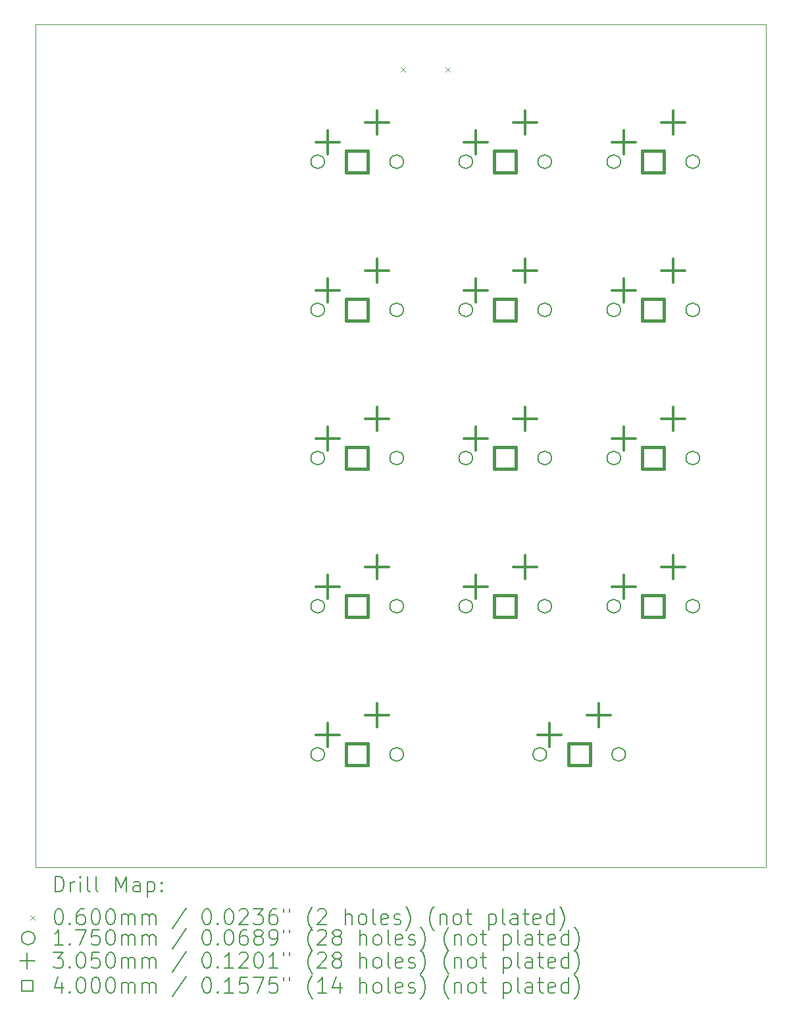
<source format=gbr>
%TF.GenerationSoftware,KiCad,Pcbnew,(6.0.7-1)-1*%
%TF.CreationDate,2022-08-13T20:31:30-04:00*%
%TF.ProjectId,KnGXT,4b6e4758-542e-46b6-9963-61645f706362,rev?*%
%TF.SameCoordinates,Original*%
%TF.FileFunction,Drillmap*%
%TF.FilePolarity,Positive*%
%FSLAX45Y45*%
G04 Gerber Fmt 4.5, Leading zero omitted, Abs format (unit mm)*
G04 Created by KiCad (PCBNEW (6.0.7-1)-1) date 2022-08-13 20:31:30*
%MOMM*%
%LPD*%
G01*
G04 APERTURE LIST*
%ADD10C,0.100000*%
%ADD11C,0.200000*%
%ADD12C,0.060000*%
%ADD13C,0.175000*%
%ADD14C,0.305000*%
%ADD15C,0.400000*%
G04 APERTURE END LIST*
D10*
X1740000Y-2265000D02*
X11140000Y-2265000D01*
X11140000Y-2265000D02*
X11140000Y-13100000D01*
X11140000Y-13100000D02*
X1740000Y-13100000D01*
X1740000Y-13100000D02*
X1740000Y-2265000D01*
D11*
D12*
X6439612Y-2814632D02*
X6499612Y-2874632D01*
X6499612Y-2814632D02*
X6439612Y-2874632D01*
X7017612Y-2814632D02*
X7077612Y-2874632D01*
X7077612Y-2814632D02*
X7017612Y-2874632D01*
D13*
X5459500Y-4027500D02*
G75*
G03*
X5459500Y-4027500I-87500J0D01*
G01*
X5459500Y-5932500D02*
G75*
G03*
X5459500Y-5932500I-87500J0D01*
G01*
X5459500Y-7837500D02*
G75*
G03*
X5459500Y-7837500I-87500J0D01*
G01*
X5459500Y-9742500D02*
G75*
G03*
X5459500Y-9742500I-87500J0D01*
G01*
X5459500Y-11647500D02*
G75*
G03*
X5459500Y-11647500I-87500J0D01*
G01*
X6475500Y-4027500D02*
G75*
G03*
X6475500Y-4027500I-87500J0D01*
G01*
X6475500Y-5932500D02*
G75*
G03*
X6475500Y-5932500I-87500J0D01*
G01*
X6475500Y-7837500D02*
G75*
G03*
X6475500Y-7837500I-87500J0D01*
G01*
X6475500Y-9742500D02*
G75*
G03*
X6475500Y-9742500I-87500J0D01*
G01*
X6475500Y-11647500D02*
G75*
G03*
X6475500Y-11647500I-87500J0D01*
G01*
X7364500Y-4027500D02*
G75*
G03*
X7364500Y-4027500I-87500J0D01*
G01*
X7364500Y-5932500D02*
G75*
G03*
X7364500Y-5932500I-87500J0D01*
G01*
X7364500Y-7837500D02*
G75*
G03*
X7364500Y-7837500I-87500J0D01*
G01*
X7364500Y-9742500D02*
G75*
G03*
X7364500Y-9742500I-87500J0D01*
G01*
X8317000Y-11647500D02*
G75*
G03*
X8317000Y-11647500I-87500J0D01*
G01*
X8380500Y-4027500D02*
G75*
G03*
X8380500Y-4027500I-87500J0D01*
G01*
X8380500Y-5932500D02*
G75*
G03*
X8380500Y-5932500I-87500J0D01*
G01*
X8380500Y-7837500D02*
G75*
G03*
X8380500Y-7837500I-87500J0D01*
G01*
X8380500Y-9742500D02*
G75*
G03*
X8380500Y-9742500I-87500J0D01*
G01*
X9269500Y-4027500D02*
G75*
G03*
X9269500Y-4027500I-87500J0D01*
G01*
X9269500Y-5932500D02*
G75*
G03*
X9269500Y-5932500I-87500J0D01*
G01*
X9269500Y-7837500D02*
G75*
G03*
X9269500Y-7837500I-87500J0D01*
G01*
X9269500Y-9742500D02*
G75*
G03*
X9269500Y-9742500I-87500J0D01*
G01*
X9333000Y-11647500D02*
G75*
G03*
X9333000Y-11647500I-87500J0D01*
G01*
X10285500Y-4027500D02*
G75*
G03*
X10285500Y-4027500I-87500J0D01*
G01*
X10285500Y-5932500D02*
G75*
G03*
X10285500Y-5932500I-87500J0D01*
G01*
X10285500Y-7837500D02*
G75*
G03*
X10285500Y-7837500I-87500J0D01*
G01*
X10285500Y-9742500D02*
G75*
G03*
X10285500Y-9742500I-87500J0D01*
G01*
D14*
X5499000Y-3621000D02*
X5499000Y-3926000D01*
X5346500Y-3773500D02*
X5651500Y-3773500D01*
X5499000Y-5526000D02*
X5499000Y-5831000D01*
X5346500Y-5678500D02*
X5651500Y-5678500D01*
X5499000Y-7431000D02*
X5499000Y-7736000D01*
X5346500Y-7583500D02*
X5651500Y-7583500D01*
X5499000Y-9336000D02*
X5499000Y-9641000D01*
X5346500Y-9488500D02*
X5651500Y-9488500D01*
X5499000Y-11241000D02*
X5499000Y-11546000D01*
X5346500Y-11393500D02*
X5651500Y-11393500D01*
X6134000Y-3367000D02*
X6134000Y-3672000D01*
X5981500Y-3519500D02*
X6286500Y-3519500D01*
X6134000Y-5272000D02*
X6134000Y-5577000D01*
X5981500Y-5424500D02*
X6286500Y-5424500D01*
X6134000Y-7177000D02*
X6134000Y-7482000D01*
X5981500Y-7329500D02*
X6286500Y-7329500D01*
X6134000Y-9082000D02*
X6134000Y-9387000D01*
X5981500Y-9234500D02*
X6286500Y-9234500D01*
X6134000Y-10987000D02*
X6134000Y-11292000D01*
X5981500Y-11139500D02*
X6286500Y-11139500D01*
X7404000Y-3621000D02*
X7404000Y-3926000D01*
X7251500Y-3773500D02*
X7556500Y-3773500D01*
X7404000Y-5526000D02*
X7404000Y-5831000D01*
X7251500Y-5678500D02*
X7556500Y-5678500D01*
X7404000Y-7431000D02*
X7404000Y-7736000D01*
X7251500Y-7583500D02*
X7556500Y-7583500D01*
X7404000Y-9336000D02*
X7404000Y-9641000D01*
X7251500Y-9488500D02*
X7556500Y-9488500D01*
X8039000Y-3367000D02*
X8039000Y-3672000D01*
X7886500Y-3519500D02*
X8191500Y-3519500D01*
X8039000Y-5272000D02*
X8039000Y-5577000D01*
X7886500Y-5424500D02*
X8191500Y-5424500D01*
X8039000Y-7177000D02*
X8039000Y-7482000D01*
X7886500Y-7329500D02*
X8191500Y-7329500D01*
X8039000Y-9082000D02*
X8039000Y-9387000D01*
X7886500Y-9234500D02*
X8191500Y-9234500D01*
X8356500Y-11241000D02*
X8356500Y-11546000D01*
X8204000Y-11393500D02*
X8509000Y-11393500D01*
X8991500Y-10987000D02*
X8991500Y-11292000D01*
X8839000Y-11139500D02*
X9144000Y-11139500D01*
X9309000Y-3621000D02*
X9309000Y-3926000D01*
X9156500Y-3773500D02*
X9461500Y-3773500D01*
X9309000Y-5526000D02*
X9309000Y-5831000D01*
X9156500Y-5678500D02*
X9461500Y-5678500D01*
X9309000Y-7431000D02*
X9309000Y-7736000D01*
X9156500Y-7583500D02*
X9461500Y-7583500D01*
X9309000Y-9336000D02*
X9309000Y-9641000D01*
X9156500Y-9488500D02*
X9461500Y-9488500D01*
X9944000Y-3367000D02*
X9944000Y-3672000D01*
X9791500Y-3519500D02*
X10096500Y-3519500D01*
X9944000Y-5272000D02*
X9944000Y-5577000D01*
X9791500Y-5424500D02*
X10096500Y-5424500D01*
X9944000Y-7177000D02*
X9944000Y-7482000D01*
X9791500Y-7329500D02*
X10096500Y-7329500D01*
X9944000Y-9082000D02*
X9944000Y-9387000D01*
X9791500Y-9234500D02*
X10096500Y-9234500D01*
D15*
X6021423Y-4168923D02*
X6021423Y-3886077D01*
X5738577Y-3886077D01*
X5738577Y-4168923D01*
X6021423Y-4168923D01*
X6021423Y-6073923D02*
X6021423Y-5791077D01*
X5738577Y-5791077D01*
X5738577Y-6073923D01*
X6021423Y-6073923D01*
X6021423Y-7978923D02*
X6021423Y-7696077D01*
X5738577Y-7696077D01*
X5738577Y-7978923D01*
X6021423Y-7978923D01*
X6021423Y-9883923D02*
X6021423Y-9601077D01*
X5738577Y-9601077D01*
X5738577Y-9883923D01*
X6021423Y-9883923D01*
X6021423Y-11788923D02*
X6021423Y-11506077D01*
X5738577Y-11506077D01*
X5738577Y-11788923D01*
X6021423Y-11788923D01*
X7926423Y-4168923D02*
X7926423Y-3886077D01*
X7643577Y-3886077D01*
X7643577Y-4168923D01*
X7926423Y-4168923D01*
X7926423Y-6073923D02*
X7926423Y-5791077D01*
X7643577Y-5791077D01*
X7643577Y-6073923D01*
X7926423Y-6073923D01*
X7926423Y-7978923D02*
X7926423Y-7696077D01*
X7643577Y-7696077D01*
X7643577Y-7978923D01*
X7926423Y-7978923D01*
X7926423Y-9883923D02*
X7926423Y-9601077D01*
X7643577Y-9601077D01*
X7643577Y-9883923D01*
X7926423Y-9883923D01*
X8878923Y-11788923D02*
X8878923Y-11506077D01*
X8596077Y-11506077D01*
X8596077Y-11788923D01*
X8878923Y-11788923D01*
X9831423Y-4168923D02*
X9831423Y-3886077D01*
X9548577Y-3886077D01*
X9548577Y-4168923D01*
X9831423Y-4168923D01*
X9831423Y-6073923D02*
X9831423Y-5791077D01*
X9548577Y-5791077D01*
X9548577Y-6073923D01*
X9831423Y-6073923D01*
X9831423Y-7978923D02*
X9831423Y-7696077D01*
X9548577Y-7696077D01*
X9548577Y-7978923D01*
X9831423Y-7978923D01*
X9831423Y-9883923D02*
X9831423Y-9601077D01*
X9548577Y-9601077D01*
X9548577Y-9883923D01*
X9831423Y-9883923D01*
D11*
X1992619Y-13415476D02*
X1992619Y-13215476D01*
X2040238Y-13215476D01*
X2068809Y-13225000D01*
X2087857Y-13244048D01*
X2097381Y-13263095D01*
X2106905Y-13301190D01*
X2106905Y-13329762D01*
X2097381Y-13367857D01*
X2087857Y-13386905D01*
X2068809Y-13405952D01*
X2040238Y-13415476D01*
X1992619Y-13415476D01*
X2192619Y-13415476D02*
X2192619Y-13282143D01*
X2192619Y-13320238D02*
X2202143Y-13301190D01*
X2211667Y-13291667D01*
X2230714Y-13282143D01*
X2249762Y-13282143D01*
X2316429Y-13415476D02*
X2316429Y-13282143D01*
X2316429Y-13215476D02*
X2306905Y-13225000D01*
X2316429Y-13234524D01*
X2325952Y-13225000D01*
X2316429Y-13215476D01*
X2316429Y-13234524D01*
X2440238Y-13415476D02*
X2421190Y-13405952D01*
X2411667Y-13386905D01*
X2411667Y-13215476D01*
X2545000Y-13415476D02*
X2525952Y-13405952D01*
X2516429Y-13386905D01*
X2516429Y-13215476D01*
X2773571Y-13415476D02*
X2773571Y-13215476D01*
X2840238Y-13358333D01*
X2906905Y-13215476D01*
X2906905Y-13415476D01*
X3087857Y-13415476D02*
X3087857Y-13310714D01*
X3078333Y-13291667D01*
X3059286Y-13282143D01*
X3021190Y-13282143D01*
X3002143Y-13291667D01*
X3087857Y-13405952D02*
X3068809Y-13415476D01*
X3021190Y-13415476D01*
X3002143Y-13405952D01*
X2992619Y-13386905D01*
X2992619Y-13367857D01*
X3002143Y-13348809D01*
X3021190Y-13339286D01*
X3068809Y-13339286D01*
X3087857Y-13329762D01*
X3183095Y-13282143D02*
X3183095Y-13482143D01*
X3183095Y-13291667D02*
X3202143Y-13282143D01*
X3240238Y-13282143D01*
X3259286Y-13291667D01*
X3268809Y-13301190D01*
X3278333Y-13320238D01*
X3278333Y-13377381D01*
X3268809Y-13396428D01*
X3259286Y-13405952D01*
X3240238Y-13415476D01*
X3202143Y-13415476D01*
X3183095Y-13405952D01*
X3364048Y-13396428D02*
X3373571Y-13405952D01*
X3364048Y-13415476D01*
X3354524Y-13405952D01*
X3364048Y-13396428D01*
X3364048Y-13415476D01*
X3364048Y-13291667D02*
X3373571Y-13301190D01*
X3364048Y-13310714D01*
X3354524Y-13301190D01*
X3364048Y-13291667D01*
X3364048Y-13310714D01*
D12*
X1675000Y-13715000D02*
X1735000Y-13775000D01*
X1735000Y-13715000D02*
X1675000Y-13775000D01*
D11*
X2030714Y-13635476D02*
X2049762Y-13635476D01*
X2068809Y-13645000D01*
X2078333Y-13654524D01*
X2087857Y-13673571D01*
X2097381Y-13711667D01*
X2097381Y-13759286D01*
X2087857Y-13797381D01*
X2078333Y-13816428D01*
X2068809Y-13825952D01*
X2049762Y-13835476D01*
X2030714Y-13835476D01*
X2011667Y-13825952D01*
X2002143Y-13816428D01*
X1992619Y-13797381D01*
X1983095Y-13759286D01*
X1983095Y-13711667D01*
X1992619Y-13673571D01*
X2002143Y-13654524D01*
X2011667Y-13645000D01*
X2030714Y-13635476D01*
X2183095Y-13816428D02*
X2192619Y-13825952D01*
X2183095Y-13835476D01*
X2173571Y-13825952D01*
X2183095Y-13816428D01*
X2183095Y-13835476D01*
X2364048Y-13635476D02*
X2325952Y-13635476D01*
X2306905Y-13645000D01*
X2297381Y-13654524D01*
X2278333Y-13683095D01*
X2268810Y-13721190D01*
X2268810Y-13797381D01*
X2278333Y-13816428D01*
X2287857Y-13825952D01*
X2306905Y-13835476D01*
X2345000Y-13835476D01*
X2364048Y-13825952D01*
X2373571Y-13816428D01*
X2383095Y-13797381D01*
X2383095Y-13749762D01*
X2373571Y-13730714D01*
X2364048Y-13721190D01*
X2345000Y-13711667D01*
X2306905Y-13711667D01*
X2287857Y-13721190D01*
X2278333Y-13730714D01*
X2268810Y-13749762D01*
X2506905Y-13635476D02*
X2525952Y-13635476D01*
X2545000Y-13645000D01*
X2554524Y-13654524D01*
X2564048Y-13673571D01*
X2573571Y-13711667D01*
X2573571Y-13759286D01*
X2564048Y-13797381D01*
X2554524Y-13816428D01*
X2545000Y-13825952D01*
X2525952Y-13835476D01*
X2506905Y-13835476D01*
X2487857Y-13825952D01*
X2478333Y-13816428D01*
X2468810Y-13797381D01*
X2459286Y-13759286D01*
X2459286Y-13711667D01*
X2468810Y-13673571D01*
X2478333Y-13654524D01*
X2487857Y-13645000D01*
X2506905Y-13635476D01*
X2697381Y-13635476D02*
X2716429Y-13635476D01*
X2735476Y-13645000D01*
X2745000Y-13654524D01*
X2754524Y-13673571D01*
X2764048Y-13711667D01*
X2764048Y-13759286D01*
X2754524Y-13797381D01*
X2745000Y-13816428D01*
X2735476Y-13825952D01*
X2716429Y-13835476D01*
X2697381Y-13835476D01*
X2678333Y-13825952D01*
X2668810Y-13816428D01*
X2659286Y-13797381D01*
X2649762Y-13759286D01*
X2649762Y-13711667D01*
X2659286Y-13673571D01*
X2668810Y-13654524D01*
X2678333Y-13645000D01*
X2697381Y-13635476D01*
X2849762Y-13835476D02*
X2849762Y-13702143D01*
X2849762Y-13721190D02*
X2859286Y-13711667D01*
X2878333Y-13702143D01*
X2906905Y-13702143D01*
X2925952Y-13711667D01*
X2935476Y-13730714D01*
X2935476Y-13835476D01*
X2935476Y-13730714D02*
X2945000Y-13711667D01*
X2964048Y-13702143D01*
X2992619Y-13702143D01*
X3011667Y-13711667D01*
X3021190Y-13730714D01*
X3021190Y-13835476D01*
X3116428Y-13835476D02*
X3116428Y-13702143D01*
X3116428Y-13721190D02*
X3125952Y-13711667D01*
X3145000Y-13702143D01*
X3173571Y-13702143D01*
X3192619Y-13711667D01*
X3202143Y-13730714D01*
X3202143Y-13835476D01*
X3202143Y-13730714D02*
X3211667Y-13711667D01*
X3230714Y-13702143D01*
X3259286Y-13702143D01*
X3278333Y-13711667D01*
X3287857Y-13730714D01*
X3287857Y-13835476D01*
X3678333Y-13625952D02*
X3506905Y-13883095D01*
X3935476Y-13635476D02*
X3954524Y-13635476D01*
X3973571Y-13645000D01*
X3983095Y-13654524D01*
X3992619Y-13673571D01*
X4002143Y-13711667D01*
X4002143Y-13759286D01*
X3992619Y-13797381D01*
X3983095Y-13816428D01*
X3973571Y-13825952D01*
X3954524Y-13835476D01*
X3935476Y-13835476D01*
X3916428Y-13825952D01*
X3906905Y-13816428D01*
X3897381Y-13797381D01*
X3887857Y-13759286D01*
X3887857Y-13711667D01*
X3897381Y-13673571D01*
X3906905Y-13654524D01*
X3916428Y-13645000D01*
X3935476Y-13635476D01*
X4087857Y-13816428D02*
X4097381Y-13825952D01*
X4087857Y-13835476D01*
X4078333Y-13825952D01*
X4087857Y-13816428D01*
X4087857Y-13835476D01*
X4221190Y-13635476D02*
X4240238Y-13635476D01*
X4259286Y-13645000D01*
X4268810Y-13654524D01*
X4278333Y-13673571D01*
X4287857Y-13711667D01*
X4287857Y-13759286D01*
X4278333Y-13797381D01*
X4268810Y-13816428D01*
X4259286Y-13825952D01*
X4240238Y-13835476D01*
X4221190Y-13835476D01*
X4202143Y-13825952D01*
X4192619Y-13816428D01*
X4183095Y-13797381D01*
X4173571Y-13759286D01*
X4173571Y-13711667D01*
X4183095Y-13673571D01*
X4192619Y-13654524D01*
X4202143Y-13645000D01*
X4221190Y-13635476D01*
X4364048Y-13654524D02*
X4373571Y-13645000D01*
X4392619Y-13635476D01*
X4440238Y-13635476D01*
X4459286Y-13645000D01*
X4468810Y-13654524D01*
X4478333Y-13673571D01*
X4478333Y-13692619D01*
X4468810Y-13721190D01*
X4354524Y-13835476D01*
X4478333Y-13835476D01*
X4545000Y-13635476D02*
X4668810Y-13635476D01*
X4602143Y-13711667D01*
X4630714Y-13711667D01*
X4649762Y-13721190D01*
X4659286Y-13730714D01*
X4668810Y-13749762D01*
X4668810Y-13797381D01*
X4659286Y-13816428D01*
X4649762Y-13825952D01*
X4630714Y-13835476D01*
X4573571Y-13835476D01*
X4554524Y-13825952D01*
X4545000Y-13816428D01*
X4840238Y-13635476D02*
X4802143Y-13635476D01*
X4783095Y-13645000D01*
X4773571Y-13654524D01*
X4754524Y-13683095D01*
X4745000Y-13721190D01*
X4745000Y-13797381D01*
X4754524Y-13816428D01*
X4764048Y-13825952D01*
X4783095Y-13835476D01*
X4821190Y-13835476D01*
X4840238Y-13825952D01*
X4849762Y-13816428D01*
X4859286Y-13797381D01*
X4859286Y-13749762D01*
X4849762Y-13730714D01*
X4840238Y-13721190D01*
X4821190Y-13711667D01*
X4783095Y-13711667D01*
X4764048Y-13721190D01*
X4754524Y-13730714D01*
X4745000Y-13749762D01*
X4935476Y-13635476D02*
X4935476Y-13673571D01*
X5011667Y-13635476D02*
X5011667Y-13673571D01*
X5306905Y-13911667D02*
X5297381Y-13902143D01*
X5278333Y-13873571D01*
X5268810Y-13854524D01*
X5259286Y-13825952D01*
X5249762Y-13778333D01*
X5249762Y-13740238D01*
X5259286Y-13692619D01*
X5268810Y-13664048D01*
X5278333Y-13645000D01*
X5297381Y-13616428D01*
X5306905Y-13606905D01*
X5373571Y-13654524D02*
X5383095Y-13645000D01*
X5402143Y-13635476D01*
X5449762Y-13635476D01*
X5468810Y-13645000D01*
X5478333Y-13654524D01*
X5487857Y-13673571D01*
X5487857Y-13692619D01*
X5478333Y-13721190D01*
X5364048Y-13835476D01*
X5487857Y-13835476D01*
X5725952Y-13835476D02*
X5725952Y-13635476D01*
X5811667Y-13835476D02*
X5811667Y-13730714D01*
X5802143Y-13711667D01*
X5783095Y-13702143D01*
X5754524Y-13702143D01*
X5735476Y-13711667D01*
X5725952Y-13721190D01*
X5935476Y-13835476D02*
X5916428Y-13825952D01*
X5906905Y-13816428D01*
X5897381Y-13797381D01*
X5897381Y-13740238D01*
X5906905Y-13721190D01*
X5916428Y-13711667D01*
X5935476Y-13702143D01*
X5964048Y-13702143D01*
X5983095Y-13711667D01*
X5992619Y-13721190D01*
X6002143Y-13740238D01*
X6002143Y-13797381D01*
X5992619Y-13816428D01*
X5983095Y-13825952D01*
X5964048Y-13835476D01*
X5935476Y-13835476D01*
X6116428Y-13835476D02*
X6097381Y-13825952D01*
X6087857Y-13806905D01*
X6087857Y-13635476D01*
X6268809Y-13825952D02*
X6249762Y-13835476D01*
X6211667Y-13835476D01*
X6192619Y-13825952D01*
X6183095Y-13806905D01*
X6183095Y-13730714D01*
X6192619Y-13711667D01*
X6211667Y-13702143D01*
X6249762Y-13702143D01*
X6268809Y-13711667D01*
X6278333Y-13730714D01*
X6278333Y-13749762D01*
X6183095Y-13768809D01*
X6354524Y-13825952D02*
X6373571Y-13835476D01*
X6411667Y-13835476D01*
X6430714Y-13825952D01*
X6440238Y-13806905D01*
X6440238Y-13797381D01*
X6430714Y-13778333D01*
X6411667Y-13768809D01*
X6383095Y-13768809D01*
X6364048Y-13759286D01*
X6354524Y-13740238D01*
X6354524Y-13730714D01*
X6364048Y-13711667D01*
X6383095Y-13702143D01*
X6411667Y-13702143D01*
X6430714Y-13711667D01*
X6506905Y-13911667D02*
X6516428Y-13902143D01*
X6535476Y-13873571D01*
X6545000Y-13854524D01*
X6554524Y-13825952D01*
X6564048Y-13778333D01*
X6564048Y-13740238D01*
X6554524Y-13692619D01*
X6545000Y-13664048D01*
X6535476Y-13645000D01*
X6516428Y-13616428D01*
X6506905Y-13606905D01*
X6868809Y-13911667D02*
X6859286Y-13902143D01*
X6840238Y-13873571D01*
X6830714Y-13854524D01*
X6821190Y-13825952D01*
X6811667Y-13778333D01*
X6811667Y-13740238D01*
X6821190Y-13692619D01*
X6830714Y-13664048D01*
X6840238Y-13645000D01*
X6859286Y-13616428D01*
X6868809Y-13606905D01*
X6945000Y-13702143D02*
X6945000Y-13835476D01*
X6945000Y-13721190D02*
X6954524Y-13711667D01*
X6973571Y-13702143D01*
X7002143Y-13702143D01*
X7021190Y-13711667D01*
X7030714Y-13730714D01*
X7030714Y-13835476D01*
X7154524Y-13835476D02*
X7135476Y-13825952D01*
X7125952Y-13816428D01*
X7116428Y-13797381D01*
X7116428Y-13740238D01*
X7125952Y-13721190D01*
X7135476Y-13711667D01*
X7154524Y-13702143D01*
X7183095Y-13702143D01*
X7202143Y-13711667D01*
X7211667Y-13721190D01*
X7221190Y-13740238D01*
X7221190Y-13797381D01*
X7211667Y-13816428D01*
X7202143Y-13825952D01*
X7183095Y-13835476D01*
X7154524Y-13835476D01*
X7278333Y-13702143D02*
X7354524Y-13702143D01*
X7306905Y-13635476D02*
X7306905Y-13806905D01*
X7316428Y-13825952D01*
X7335476Y-13835476D01*
X7354524Y-13835476D01*
X7573571Y-13702143D02*
X7573571Y-13902143D01*
X7573571Y-13711667D02*
X7592619Y-13702143D01*
X7630714Y-13702143D01*
X7649762Y-13711667D01*
X7659286Y-13721190D01*
X7668809Y-13740238D01*
X7668809Y-13797381D01*
X7659286Y-13816428D01*
X7649762Y-13825952D01*
X7630714Y-13835476D01*
X7592619Y-13835476D01*
X7573571Y-13825952D01*
X7783095Y-13835476D02*
X7764048Y-13825952D01*
X7754524Y-13806905D01*
X7754524Y-13635476D01*
X7945000Y-13835476D02*
X7945000Y-13730714D01*
X7935476Y-13711667D01*
X7916428Y-13702143D01*
X7878333Y-13702143D01*
X7859286Y-13711667D01*
X7945000Y-13825952D02*
X7925952Y-13835476D01*
X7878333Y-13835476D01*
X7859286Y-13825952D01*
X7849762Y-13806905D01*
X7849762Y-13787857D01*
X7859286Y-13768809D01*
X7878333Y-13759286D01*
X7925952Y-13759286D01*
X7945000Y-13749762D01*
X8011667Y-13702143D02*
X8087857Y-13702143D01*
X8040238Y-13635476D02*
X8040238Y-13806905D01*
X8049762Y-13825952D01*
X8068809Y-13835476D01*
X8087857Y-13835476D01*
X8230714Y-13825952D02*
X8211667Y-13835476D01*
X8173571Y-13835476D01*
X8154524Y-13825952D01*
X8145000Y-13806905D01*
X8145000Y-13730714D01*
X8154524Y-13711667D01*
X8173571Y-13702143D01*
X8211667Y-13702143D01*
X8230714Y-13711667D01*
X8240238Y-13730714D01*
X8240238Y-13749762D01*
X8145000Y-13768809D01*
X8411667Y-13835476D02*
X8411667Y-13635476D01*
X8411667Y-13825952D02*
X8392619Y-13835476D01*
X8354524Y-13835476D01*
X8335476Y-13825952D01*
X8325952Y-13816428D01*
X8316428Y-13797381D01*
X8316428Y-13740238D01*
X8325952Y-13721190D01*
X8335476Y-13711667D01*
X8354524Y-13702143D01*
X8392619Y-13702143D01*
X8411667Y-13711667D01*
X8487857Y-13911667D02*
X8497381Y-13902143D01*
X8516429Y-13873571D01*
X8525952Y-13854524D01*
X8535476Y-13825952D01*
X8545000Y-13778333D01*
X8545000Y-13740238D01*
X8535476Y-13692619D01*
X8525952Y-13664048D01*
X8516429Y-13645000D01*
X8497381Y-13616428D01*
X8487857Y-13606905D01*
D13*
X1735000Y-14009000D02*
G75*
G03*
X1735000Y-14009000I-87500J0D01*
G01*
D11*
X2097381Y-14099476D02*
X1983095Y-14099476D01*
X2040238Y-14099476D02*
X2040238Y-13899476D01*
X2021190Y-13928048D01*
X2002143Y-13947095D01*
X1983095Y-13956619D01*
X2183095Y-14080428D02*
X2192619Y-14089952D01*
X2183095Y-14099476D01*
X2173571Y-14089952D01*
X2183095Y-14080428D01*
X2183095Y-14099476D01*
X2259286Y-13899476D02*
X2392619Y-13899476D01*
X2306905Y-14099476D01*
X2564048Y-13899476D02*
X2468810Y-13899476D01*
X2459286Y-13994714D01*
X2468810Y-13985190D01*
X2487857Y-13975667D01*
X2535476Y-13975667D01*
X2554524Y-13985190D01*
X2564048Y-13994714D01*
X2573571Y-14013762D01*
X2573571Y-14061381D01*
X2564048Y-14080428D01*
X2554524Y-14089952D01*
X2535476Y-14099476D01*
X2487857Y-14099476D01*
X2468810Y-14089952D01*
X2459286Y-14080428D01*
X2697381Y-13899476D02*
X2716429Y-13899476D01*
X2735476Y-13909000D01*
X2745000Y-13918524D01*
X2754524Y-13937571D01*
X2764048Y-13975667D01*
X2764048Y-14023286D01*
X2754524Y-14061381D01*
X2745000Y-14080428D01*
X2735476Y-14089952D01*
X2716429Y-14099476D01*
X2697381Y-14099476D01*
X2678333Y-14089952D01*
X2668810Y-14080428D01*
X2659286Y-14061381D01*
X2649762Y-14023286D01*
X2649762Y-13975667D01*
X2659286Y-13937571D01*
X2668810Y-13918524D01*
X2678333Y-13909000D01*
X2697381Y-13899476D01*
X2849762Y-14099476D02*
X2849762Y-13966143D01*
X2849762Y-13985190D02*
X2859286Y-13975667D01*
X2878333Y-13966143D01*
X2906905Y-13966143D01*
X2925952Y-13975667D01*
X2935476Y-13994714D01*
X2935476Y-14099476D01*
X2935476Y-13994714D02*
X2945000Y-13975667D01*
X2964048Y-13966143D01*
X2992619Y-13966143D01*
X3011667Y-13975667D01*
X3021190Y-13994714D01*
X3021190Y-14099476D01*
X3116428Y-14099476D02*
X3116428Y-13966143D01*
X3116428Y-13985190D02*
X3125952Y-13975667D01*
X3145000Y-13966143D01*
X3173571Y-13966143D01*
X3192619Y-13975667D01*
X3202143Y-13994714D01*
X3202143Y-14099476D01*
X3202143Y-13994714D02*
X3211667Y-13975667D01*
X3230714Y-13966143D01*
X3259286Y-13966143D01*
X3278333Y-13975667D01*
X3287857Y-13994714D01*
X3287857Y-14099476D01*
X3678333Y-13889952D02*
X3506905Y-14147095D01*
X3935476Y-13899476D02*
X3954524Y-13899476D01*
X3973571Y-13909000D01*
X3983095Y-13918524D01*
X3992619Y-13937571D01*
X4002143Y-13975667D01*
X4002143Y-14023286D01*
X3992619Y-14061381D01*
X3983095Y-14080428D01*
X3973571Y-14089952D01*
X3954524Y-14099476D01*
X3935476Y-14099476D01*
X3916428Y-14089952D01*
X3906905Y-14080428D01*
X3897381Y-14061381D01*
X3887857Y-14023286D01*
X3887857Y-13975667D01*
X3897381Y-13937571D01*
X3906905Y-13918524D01*
X3916428Y-13909000D01*
X3935476Y-13899476D01*
X4087857Y-14080428D02*
X4097381Y-14089952D01*
X4087857Y-14099476D01*
X4078333Y-14089952D01*
X4087857Y-14080428D01*
X4087857Y-14099476D01*
X4221190Y-13899476D02*
X4240238Y-13899476D01*
X4259286Y-13909000D01*
X4268810Y-13918524D01*
X4278333Y-13937571D01*
X4287857Y-13975667D01*
X4287857Y-14023286D01*
X4278333Y-14061381D01*
X4268810Y-14080428D01*
X4259286Y-14089952D01*
X4240238Y-14099476D01*
X4221190Y-14099476D01*
X4202143Y-14089952D01*
X4192619Y-14080428D01*
X4183095Y-14061381D01*
X4173571Y-14023286D01*
X4173571Y-13975667D01*
X4183095Y-13937571D01*
X4192619Y-13918524D01*
X4202143Y-13909000D01*
X4221190Y-13899476D01*
X4459286Y-13899476D02*
X4421190Y-13899476D01*
X4402143Y-13909000D01*
X4392619Y-13918524D01*
X4373571Y-13947095D01*
X4364048Y-13985190D01*
X4364048Y-14061381D01*
X4373571Y-14080428D01*
X4383095Y-14089952D01*
X4402143Y-14099476D01*
X4440238Y-14099476D01*
X4459286Y-14089952D01*
X4468810Y-14080428D01*
X4478333Y-14061381D01*
X4478333Y-14013762D01*
X4468810Y-13994714D01*
X4459286Y-13985190D01*
X4440238Y-13975667D01*
X4402143Y-13975667D01*
X4383095Y-13985190D01*
X4373571Y-13994714D01*
X4364048Y-14013762D01*
X4592619Y-13985190D02*
X4573571Y-13975667D01*
X4564048Y-13966143D01*
X4554524Y-13947095D01*
X4554524Y-13937571D01*
X4564048Y-13918524D01*
X4573571Y-13909000D01*
X4592619Y-13899476D01*
X4630714Y-13899476D01*
X4649762Y-13909000D01*
X4659286Y-13918524D01*
X4668810Y-13937571D01*
X4668810Y-13947095D01*
X4659286Y-13966143D01*
X4649762Y-13975667D01*
X4630714Y-13985190D01*
X4592619Y-13985190D01*
X4573571Y-13994714D01*
X4564048Y-14004238D01*
X4554524Y-14023286D01*
X4554524Y-14061381D01*
X4564048Y-14080428D01*
X4573571Y-14089952D01*
X4592619Y-14099476D01*
X4630714Y-14099476D01*
X4649762Y-14089952D01*
X4659286Y-14080428D01*
X4668810Y-14061381D01*
X4668810Y-14023286D01*
X4659286Y-14004238D01*
X4649762Y-13994714D01*
X4630714Y-13985190D01*
X4764048Y-14099476D02*
X4802143Y-14099476D01*
X4821190Y-14089952D01*
X4830714Y-14080428D01*
X4849762Y-14051857D01*
X4859286Y-14013762D01*
X4859286Y-13937571D01*
X4849762Y-13918524D01*
X4840238Y-13909000D01*
X4821190Y-13899476D01*
X4783095Y-13899476D01*
X4764048Y-13909000D01*
X4754524Y-13918524D01*
X4745000Y-13937571D01*
X4745000Y-13985190D01*
X4754524Y-14004238D01*
X4764048Y-14013762D01*
X4783095Y-14023286D01*
X4821190Y-14023286D01*
X4840238Y-14013762D01*
X4849762Y-14004238D01*
X4859286Y-13985190D01*
X4935476Y-13899476D02*
X4935476Y-13937571D01*
X5011667Y-13899476D02*
X5011667Y-13937571D01*
X5306905Y-14175667D02*
X5297381Y-14166143D01*
X5278333Y-14137571D01*
X5268810Y-14118524D01*
X5259286Y-14089952D01*
X5249762Y-14042333D01*
X5249762Y-14004238D01*
X5259286Y-13956619D01*
X5268810Y-13928048D01*
X5278333Y-13909000D01*
X5297381Y-13880428D01*
X5306905Y-13870905D01*
X5373571Y-13918524D02*
X5383095Y-13909000D01*
X5402143Y-13899476D01*
X5449762Y-13899476D01*
X5468810Y-13909000D01*
X5478333Y-13918524D01*
X5487857Y-13937571D01*
X5487857Y-13956619D01*
X5478333Y-13985190D01*
X5364048Y-14099476D01*
X5487857Y-14099476D01*
X5602143Y-13985190D02*
X5583095Y-13975667D01*
X5573571Y-13966143D01*
X5564048Y-13947095D01*
X5564048Y-13937571D01*
X5573571Y-13918524D01*
X5583095Y-13909000D01*
X5602143Y-13899476D01*
X5640238Y-13899476D01*
X5659286Y-13909000D01*
X5668809Y-13918524D01*
X5678333Y-13937571D01*
X5678333Y-13947095D01*
X5668809Y-13966143D01*
X5659286Y-13975667D01*
X5640238Y-13985190D01*
X5602143Y-13985190D01*
X5583095Y-13994714D01*
X5573571Y-14004238D01*
X5564048Y-14023286D01*
X5564048Y-14061381D01*
X5573571Y-14080428D01*
X5583095Y-14089952D01*
X5602143Y-14099476D01*
X5640238Y-14099476D01*
X5659286Y-14089952D01*
X5668809Y-14080428D01*
X5678333Y-14061381D01*
X5678333Y-14023286D01*
X5668809Y-14004238D01*
X5659286Y-13994714D01*
X5640238Y-13985190D01*
X5916428Y-14099476D02*
X5916428Y-13899476D01*
X6002143Y-14099476D02*
X6002143Y-13994714D01*
X5992619Y-13975667D01*
X5973571Y-13966143D01*
X5945000Y-13966143D01*
X5925952Y-13975667D01*
X5916428Y-13985190D01*
X6125952Y-14099476D02*
X6106905Y-14089952D01*
X6097381Y-14080428D01*
X6087857Y-14061381D01*
X6087857Y-14004238D01*
X6097381Y-13985190D01*
X6106905Y-13975667D01*
X6125952Y-13966143D01*
X6154524Y-13966143D01*
X6173571Y-13975667D01*
X6183095Y-13985190D01*
X6192619Y-14004238D01*
X6192619Y-14061381D01*
X6183095Y-14080428D01*
X6173571Y-14089952D01*
X6154524Y-14099476D01*
X6125952Y-14099476D01*
X6306905Y-14099476D02*
X6287857Y-14089952D01*
X6278333Y-14070905D01*
X6278333Y-13899476D01*
X6459286Y-14089952D02*
X6440238Y-14099476D01*
X6402143Y-14099476D01*
X6383095Y-14089952D01*
X6373571Y-14070905D01*
X6373571Y-13994714D01*
X6383095Y-13975667D01*
X6402143Y-13966143D01*
X6440238Y-13966143D01*
X6459286Y-13975667D01*
X6468809Y-13994714D01*
X6468809Y-14013762D01*
X6373571Y-14032809D01*
X6545000Y-14089952D02*
X6564048Y-14099476D01*
X6602143Y-14099476D01*
X6621190Y-14089952D01*
X6630714Y-14070905D01*
X6630714Y-14061381D01*
X6621190Y-14042333D01*
X6602143Y-14032809D01*
X6573571Y-14032809D01*
X6554524Y-14023286D01*
X6545000Y-14004238D01*
X6545000Y-13994714D01*
X6554524Y-13975667D01*
X6573571Y-13966143D01*
X6602143Y-13966143D01*
X6621190Y-13975667D01*
X6697381Y-14175667D02*
X6706905Y-14166143D01*
X6725952Y-14137571D01*
X6735476Y-14118524D01*
X6745000Y-14089952D01*
X6754524Y-14042333D01*
X6754524Y-14004238D01*
X6745000Y-13956619D01*
X6735476Y-13928048D01*
X6725952Y-13909000D01*
X6706905Y-13880428D01*
X6697381Y-13870905D01*
X7059286Y-14175667D02*
X7049762Y-14166143D01*
X7030714Y-14137571D01*
X7021190Y-14118524D01*
X7011667Y-14089952D01*
X7002143Y-14042333D01*
X7002143Y-14004238D01*
X7011667Y-13956619D01*
X7021190Y-13928048D01*
X7030714Y-13909000D01*
X7049762Y-13880428D01*
X7059286Y-13870905D01*
X7135476Y-13966143D02*
X7135476Y-14099476D01*
X7135476Y-13985190D02*
X7145000Y-13975667D01*
X7164048Y-13966143D01*
X7192619Y-13966143D01*
X7211667Y-13975667D01*
X7221190Y-13994714D01*
X7221190Y-14099476D01*
X7345000Y-14099476D02*
X7325952Y-14089952D01*
X7316428Y-14080428D01*
X7306905Y-14061381D01*
X7306905Y-14004238D01*
X7316428Y-13985190D01*
X7325952Y-13975667D01*
X7345000Y-13966143D01*
X7373571Y-13966143D01*
X7392619Y-13975667D01*
X7402143Y-13985190D01*
X7411667Y-14004238D01*
X7411667Y-14061381D01*
X7402143Y-14080428D01*
X7392619Y-14089952D01*
X7373571Y-14099476D01*
X7345000Y-14099476D01*
X7468809Y-13966143D02*
X7545000Y-13966143D01*
X7497381Y-13899476D02*
X7497381Y-14070905D01*
X7506905Y-14089952D01*
X7525952Y-14099476D01*
X7545000Y-14099476D01*
X7764048Y-13966143D02*
X7764048Y-14166143D01*
X7764048Y-13975667D02*
X7783095Y-13966143D01*
X7821190Y-13966143D01*
X7840238Y-13975667D01*
X7849762Y-13985190D01*
X7859286Y-14004238D01*
X7859286Y-14061381D01*
X7849762Y-14080428D01*
X7840238Y-14089952D01*
X7821190Y-14099476D01*
X7783095Y-14099476D01*
X7764048Y-14089952D01*
X7973571Y-14099476D02*
X7954524Y-14089952D01*
X7945000Y-14070905D01*
X7945000Y-13899476D01*
X8135476Y-14099476D02*
X8135476Y-13994714D01*
X8125952Y-13975667D01*
X8106905Y-13966143D01*
X8068809Y-13966143D01*
X8049762Y-13975667D01*
X8135476Y-14089952D02*
X8116428Y-14099476D01*
X8068809Y-14099476D01*
X8049762Y-14089952D01*
X8040238Y-14070905D01*
X8040238Y-14051857D01*
X8049762Y-14032809D01*
X8068809Y-14023286D01*
X8116428Y-14023286D01*
X8135476Y-14013762D01*
X8202143Y-13966143D02*
X8278333Y-13966143D01*
X8230714Y-13899476D02*
X8230714Y-14070905D01*
X8240238Y-14089952D01*
X8259286Y-14099476D01*
X8278333Y-14099476D01*
X8421190Y-14089952D02*
X8402143Y-14099476D01*
X8364048Y-14099476D01*
X8345000Y-14089952D01*
X8335476Y-14070905D01*
X8335476Y-13994714D01*
X8345000Y-13975667D01*
X8364048Y-13966143D01*
X8402143Y-13966143D01*
X8421190Y-13975667D01*
X8430714Y-13994714D01*
X8430714Y-14013762D01*
X8335476Y-14032809D01*
X8602143Y-14099476D02*
X8602143Y-13899476D01*
X8602143Y-14089952D02*
X8583095Y-14099476D01*
X8545000Y-14099476D01*
X8525952Y-14089952D01*
X8516429Y-14080428D01*
X8506905Y-14061381D01*
X8506905Y-14004238D01*
X8516429Y-13985190D01*
X8525952Y-13975667D01*
X8545000Y-13966143D01*
X8583095Y-13966143D01*
X8602143Y-13975667D01*
X8678333Y-14175667D02*
X8687857Y-14166143D01*
X8706905Y-14137571D01*
X8716429Y-14118524D01*
X8725952Y-14089952D01*
X8735476Y-14042333D01*
X8735476Y-14004238D01*
X8725952Y-13956619D01*
X8716429Y-13928048D01*
X8706905Y-13909000D01*
X8687857Y-13880428D01*
X8678333Y-13870905D01*
X1635000Y-14204000D02*
X1635000Y-14404000D01*
X1535000Y-14304000D02*
X1735000Y-14304000D01*
X1973571Y-14194476D02*
X2097381Y-14194476D01*
X2030714Y-14270667D01*
X2059286Y-14270667D01*
X2078333Y-14280190D01*
X2087857Y-14289714D01*
X2097381Y-14308762D01*
X2097381Y-14356381D01*
X2087857Y-14375428D01*
X2078333Y-14384952D01*
X2059286Y-14394476D01*
X2002143Y-14394476D01*
X1983095Y-14384952D01*
X1973571Y-14375428D01*
X2183095Y-14375428D02*
X2192619Y-14384952D01*
X2183095Y-14394476D01*
X2173571Y-14384952D01*
X2183095Y-14375428D01*
X2183095Y-14394476D01*
X2316429Y-14194476D02*
X2335476Y-14194476D01*
X2354524Y-14204000D01*
X2364048Y-14213524D01*
X2373571Y-14232571D01*
X2383095Y-14270667D01*
X2383095Y-14318286D01*
X2373571Y-14356381D01*
X2364048Y-14375428D01*
X2354524Y-14384952D01*
X2335476Y-14394476D01*
X2316429Y-14394476D01*
X2297381Y-14384952D01*
X2287857Y-14375428D01*
X2278333Y-14356381D01*
X2268810Y-14318286D01*
X2268810Y-14270667D01*
X2278333Y-14232571D01*
X2287857Y-14213524D01*
X2297381Y-14204000D01*
X2316429Y-14194476D01*
X2564048Y-14194476D02*
X2468810Y-14194476D01*
X2459286Y-14289714D01*
X2468810Y-14280190D01*
X2487857Y-14270667D01*
X2535476Y-14270667D01*
X2554524Y-14280190D01*
X2564048Y-14289714D01*
X2573571Y-14308762D01*
X2573571Y-14356381D01*
X2564048Y-14375428D01*
X2554524Y-14384952D01*
X2535476Y-14394476D01*
X2487857Y-14394476D01*
X2468810Y-14384952D01*
X2459286Y-14375428D01*
X2697381Y-14194476D02*
X2716429Y-14194476D01*
X2735476Y-14204000D01*
X2745000Y-14213524D01*
X2754524Y-14232571D01*
X2764048Y-14270667D01*
X2764048Y-14318286D01*
X2754524Y-14356381D01*
X2745000Y-14375428D01*
X2735476Y-14384952D01*
X2716429Y-14394476D01*
X2697381Y-14394476D01*
X2678333Y-14384952D01*
X2668810Y-14375428D01*
X2659286Y-14356381D01*
X2649762Y-14318286D01*
X2649762Y-14270667D01*
X2659286Y-14232571D01*
X2668810Y-14213524D01*
X2678333Y-14204000D01*
X2697381Y-14194476D01*
X2849762Y-14394476D02*
X2849762Y-14261143D01*
X2849762Y-14280190D02*
X2859286Y-14270667D01*
X2878333Y-14261143D01*
X2906905Y-14261143D01*
X2925952Y-14270667D01*
X2935476Y-14289714D01*
X2935476Y-14394476D01*
X2935476Y-14289714D02*
X2945000Y-14270667D01*
X2964048Y-14261143D01*
X2992619Y-14261143D01*
X3011667Y-14270667D01*
X3021190Y-14289714D01*
X3021190Y-14394476D01*
X3116428Y-14394476D02*
X3116428Y-14261143D01*
X3116428Y-14280190D02*
X3125952Y-14270667D01*
X3145000Y-14261143D01*
X3173571Y-14261143D01*
X3192619Y-14270667D01*
X3202143Y-14289714D01*
X3202143Y-14394476D01*
X3202143Y-14289714D02*
X3211667Y-14270667D01*
X3230714Y-14261143D01*
X3259286Y-14261143D01*
X3278333Y-14270667D01*
X3287857Y-14289714D01*
X3287857Y-14394476D01*
X3678333Y-14184952D02*
X3506905Y-14442095D01*
X3935476Y-14194476D02*
X3954524Y-14194476D01*
X3973571Y-14204000D01*
X3983095Y-14213524D01*
X3992619Y-14232571D01*
X4002143Y-14270667D01*
X4002143Y-14318286D01*
X3992619Y-14356381D01*
X3983095Y-14375428D01*
X3973571Y-14384952D01*
X3954524Y-14394476D01*
X3935476Y-14394476D01*
X3916428Y-14384952D01*
X3906905Y-14375428D01*
X3897381Y-14356381D01*
X3887857Y-14318286D01*
X3887857Y-14270667D01*
X3897381Y-14232571D01*
X3906905Y-14213524D01*
X3916428Y-14204000D01*
X3935476Y-14194476D01*
X4087857Y-14375428D02*
X4097381Y-14384952D01*
X4087857Y-14394476D01*
X4078333Y-14384952D01*
X4087857Y-14375428D01*
X4087857Y-14394476D01*
X4287857Y-14394476D02*
X4173571Y-14394476D01*
X4230714Y-14394476D02*
X4230714Y-14194476D01*
X4211667Y-14223048D01*
X4192619Y-14242095D01*
X4173571Y-14251619D01*
X4364048Y-14213524D02*
X4373571Y-14204000D01*
X4392619Y-14194476D01*
X4440238Y-14194476D01*
X4459286Y-14204000D01*
X4468810Y-14213524D01*
X4478333Y-14232571D01*
X4478333Y-14251619D01*
X4468810Y-14280190D01*
X4354524Y-14394476D01*
X4478333Y-14394476D01*
X4602143Y-14194476D02*
X4621190Y-14194476D01*
X4640238Y-14204000D01*
X4649762Y-14213524D01*
X4659286Y-14232571D01*
X4668810Y-14270667D01*
X4668810Y-14318286D01*
X4659286Y-14356381D01*
X4649762Y-14375428D01*
X4640238Y-14384952D01*
X4621190Y-14394476D01*
X4602143Y-14394476D01*
X4583095Y-14384952D01*
X4573571Y-14375428D01*
X4564048Y-14356381D01*
X4554524Y-14318286D01*
X4554524Y-14270667D01*
X4564048Y-14232571D01*
X4573571Y-14213524D01*
X4583095Y-14204000D01*
X4602143Y-14194476D01*
X4859286Y-14394476D02*
X4745000Y-14394476D01*
X4802143Y-14394476D02*
X4802143Y-14194476D01*
X4783095Y-14223048D01*
X4764048Y-14242095D01*
X4745000Y-14251619D01*
X4935476Y-14194476D02*
X4935476Y-14232571D01*
X5011667Y-14194476D02*
X5011667Y-14232571D01*
X5306905Y-14470667D02*
X5297381Y-14461143D01*
X5278333Y-14432571D01*
X5268810Y-14413524D01*
X5259286Y-14384952D01*
X5249762Y-14337333D01*
X5249762Y-14299238D01*
X5259286Y-14251619D01*
X5268810Y-14223048D01*
X5278333Y-14204000D01*
X5297381Y-14175428D01*
X5306905Y-14165905D01*
X5373571Y-14213524D02*
X5383095Y-14204000D01*
X5402143Y-14194476D01*
X5449762Y-14194476D01*
X5468810Y-14204000D01*
X5478333Y-14213524D01*
X5487857Y-14232571D01*
X5487857Y-14251619D01*
X5478333Y-14280190D01*
X5364048Y-14394476D01*
X5487857Y-14394476D01*
X5602143Y-14280190D02*
X5583095Y-14270667D01*
X5573571Y-14261143D01*
X5564048Y-14242095D01*
X5564048Y-14232571D01*
X5573571Y-14213524D01*
X5583095Y-14204000D01*
X5602143Y-14194476D01*
X5640238Y-14194476D01*
X5659286Y-14204000D01*
X5668809Y-14213524D01*
X5678333Y-14232571D01*
X5678333Y-14242095D01*
X5668809Y-14261143D01*
X5659286Y-14270667D01*
X5640238Y-14280190D01*
X5602143Y-14280190D01*
X5583095Y-14289714D01*
X5573571Y-14299238D01*
X5564048Y-14318286D01*
X5564048Y-14356381D01*
X5573571Y-14375428D01*
X5583095Y-14384952D01*
X5602143Y-14394476D01*
X5640238Y-14394476D01*
X5659286Y-14384952D01*
X5668809Y-14375428D01*
X5678333Y-14356381D01*
X5678333Y-14318286D01*
X5668809Y-14299238D01*
X5659286Y-14289714D01*
X5640238Y-14280190D01*
X5916428Y-14394476D02*
X5916428Y-14194476D01*
X6002143Y-14394476D02*
X6002143Y-14289714D01*
X5992619Y-14270667D01*
X5973571Y-14261143D01*
X5945000Y-14261143D01*
X5925952Y-14270667D01*
X5916428Y-14280190D01*
X6125952Y-14394476D02*
X6106905Y-14384952D01*
X6097381Y-14375428D01*
X6087857Y-14356381D01*
X6087857Y-14299238D01*
X6097381Y-14280190D01*
X6106905Y-14270667D01*
X6125952Y-14261143D01*
X6154524Y-14261143D01*
X6173571Y-14270667D01*
X6183095Y-14280190D01*
X6192619Y-14299238D01*
X6192619Y-14356381D01*
X6183095Y-14375428D01*
X6173571Y-14384952D01*
X6154524Y-14394476D01*
X6125952Y-14394476D01*
X6306905Y-14394476D02*
X6287857Y-14384952D01*
X6278333Y-14365905D01*
X6278333Y-14194476D01*
X6459286Y-14384952D02*
X6440238Y-14394476D01*
X6402143Y-14394476D01*
X6383095Y-14384952D01*
X6373571Y-14365905D01*
X6373571Y-14289714D01*
X6383095Y-14270667D01*
X6402143Y-14261143D01*
X6440238Y-14261143D01*
X6459286Y-14270667D01*
X6468809Y-14289714D01*
X6468809Y-14308762D01*
X6373571Y-14327809D01*
X6545000Y-14384952D02*
X6564048Y-14394476D01*
X6602143Y-14394476D01*
X6621190Y-14384952D01*
X6630714Y-14365905D01*
X6630714Y-14356381D01*
X6621190Y-14337333D01*
X6602143Y-14327809D01*
X6573571Y-14327809D01*
X6554524Y-14318286D01*
X6545000Y-14299238D01*
X6545000Y-14289714D01*
X6554524Y-14270667D01*
X6573571Y-14261143D01*
X6602143Y-14261143D01*
X6621190Y-14270667D01*
X6697381Y-14470667D02*
X6706905Y-14461143D01*
X6725952Y-14432571D01*
X6735476Y-14413524D01*
X6745000Y-14384952D01*
X6754524Y-14337333D01*
X6754524Y-14299238D01*
X6745000Y-14251619D01*
X6735476Y-14223048D01*
X6725952Y-14204000D01*
X6706905Y-14175428D01*
X6697381Y-14165905D01*
X7059286Y-14470667D02*
X7049762Y-14461143D01*
X7030714Y-14432571D01*
X7021190Y-14413524D01*
X7011667Y-14384952D01*
X7002143Y-14337333D01*
X7002143Y-14299238D01*
X7011667Y-14251619D01*
X7021190Y-14223048D01*
X7030714Y-14204000D01*
X7049762Y-14175428D01*
X7059286Y-14165905D01*
X7135476Y-14261143D02*
X7135476Y-14394476D01*
X7135476Y-14280190D02*
X7145000Y-14270667D01*
X7164048Y-14261143D01*
X7192619Y-14261143D01*
X7211667Y-14270667D01*
X7221190Y-14289714D01*
X7221190Y-14394476D01*
X7345000Y-14394476D02*
X7325952Y-14384952D01*
X7316428Y-14375428D01*
X7306905Y-14356381D01*
X7306905Y-14299238D01*
X7316428Y-14280190D01*
X7325952Y-14270667D01*
X7345000Y-14261143D01*
X7373571Y-14261143D01*
X7392619Y-14270667D01*
X7402143Y-14280190D01*
X7411667Y-14299238D01*
X7411667Y-14356381D01*
X7402143Y-14375428D01*
X7392619Y-14384952D01*
X7373571Y-14394476D01*
X7345000Y-14394476D01*
X7468809Y-14261143D02*
X7545000Y-14261143D01*
X7497381Y-14194476D02*
X7497381Y-14365905D01*
X7506905Y-14384952D01*
X7525952Y-14394476D01*
X7545000Y-14394476D01*
X7764048Y-14261143D02*
X7764048Y-14461143D01*
X7764048Y-14270667D02*
X7783095Y-14261143D01*
X7821190Y-14261143D01*
X7840238Y-14270667D01*
X7849762Y-14280190D01*
X7859286Y-14299238D01*
X7859286Y-14356381D01*
X7849762Y-14375428D01*
X7840238Y-14384952D01*
X7821190Y-14394476D01*
X7783095Y-14394476D01*
X7764048Y-14384952D01*
X7973571Y-14394476D02*
X7954524Y-14384952D01*
X7945000Y-14365905D01*
X7945000Y-14194476D01*
X8135476Y-14394476D02*
X8135476Y-14289714D01*
X8125952Y-14270667D01*
X8106905Y-14261143D01*
X8068809Y-14261143D01*
X8049762Y-14270667D01*
X8135476Y-14384952D02*
X8116428Y-14394476D01*
X8068809Y-14394476D01*
X8049762Y-14384952D01*
X8040238Y-14365905D01*
X8040238Y-14346857D01*
X8049762Y-14327809D01*
X8068809Y-14318286D01*
X8116428Y-14318286D01*
X8135476Y-14308762D01*
X8202143Y-14261143D02*
X8278333Y-14261143D01*
X8230714Y-14194476D02*
X8230714Y-14365905D01*
X8240238Y-14384952D01*
X8259286Y-14394476D01*
X8278333Y-14394476D01*
X8421190Y-14384952D02*
X8402143Y-14394476D01*
X8364048Y-14394476D01*
X8345000Y-14384952D01*
X8335476Y-14365905D01*
X8335476Y-14289714D01*
X8345000Y-14270667D01*
X8364048Y-14261143D01*
X8402143Y-14261143D01*
X8421190Y-14270667D01*
X8430714Y-14289714D01*
X8430714Y-14308762D01*
X8335476Y-14327809D01*
X8602143Y-14394476D02*
X8602143Y-14194476D01*
X8602143Y-14384952D02*
X8583095Y-14394476D01*
X8545000Y-14394476D01*
X8525952Y-14384952D01*
X8516429Y-14375428D01*
X8506905Y-14356381D01*
X8506905Y-14299238D01*
X8516429Y-14280190D01*
X8525952Y-14270667D01*
X8545000Y-14261143D01*
X8583095Y-14261143D01*
X8602143Y-14270667D01*
X8678333Y-14470667D02*
X8687857Y-14461143D01*
X8706905Y-14432571D01*
X8716429Y-14413524D01*
X8725952Y-14384952D01*
X8735476Y-14337333D01*
X8735476Y-14299238D01*
X8725952Y-14251619D01*
X8716429Y-14223048D01*
X8706905Y-14204000D01*
X8687857Y-14175428D01*
X8678333Y-14165905D01*
X1705711Y-14694711D02*
X1705711Y-14553289D01*
X1564289Y-14553289D01*
X1564289Y-14694711D01*
X1705711Y-14694711D01*
X2078333Y-14581143D02*
X2078333Y-14714476D01*
X2030714Y-14504952D02*
X1983095Y-14647809D01*
X2106905Y-14647809D01*
X2183095Y-14695428D02*
X2192619Y-14704952D01*
X2183095Y-14714476D01*
X2173571Y-14704952D01*
X2183095Y-14695428D01*
X2183095Y-14714476D01*
X2316429Y-14514476D02*
X2335476Y-14514476D01*
X2354524Y-14524000D01*
X2364048Y-14533524D01*
X2373571Y-14552571D01*
X2383095Y-14590667D01*
X2383095Y-14638286D01*
X2373571Y-14676381D01*
X2364048Y-14695428D01*
X2354524Y-14704952D01*
X2335476Y-14714476D01*
X2316429Y-14714476D01*
X2297381Y-14704952D01*
X2287857Y-14695428D01*
X2278333Y-14676381D01*
X2268810Y-14638286D01*
X2268810Y-14590667D01*
X2278333Y-14552571D01*
X2287857Y-14533524D01*
X2297381Y-14524000D01*
X2316429Y-14514476D01*
X2506905Y-14514476D02*
X2525952Y-14514476D01*
X2545000Y-14524000D01*
X2554524Y-14533524D01*
X2564048Y-14552571D01*
X2573571Y-14590667D01*
X2573571Y-14638286D01*
X2564048Y-14676381D01*
X2554524Y-14695428D01*
X2545000Y-14704952D01*
X2525952Y-14714476D01*
X2506905Y-14714476D01*
X2487857Y-14704952D01*
X2478333Y-14695428D01*
X2468810Y-14676381D01*
X2459286Y-14638286D01*
X2459286Y-14590667D01*
X2468810Y-14552571D01*
X2478333Y-14533524D01*
X2487857Y-14524000D01*
X2506905Y-14514476D01*
X2697381Y-14514476D02*
X2716429Y-14514476D01*
X2735476Y-14524000D01*
X2745000Y-14533524D01*
X2754524Y-14552571D01*
X2764048Y-14590667D01*
X2764048Y-14638286D01*
X2754524Y-14676381D01*
X2745000Y-14695428D01*
X2735476Y-14704952D01*
X2716429Y-14714476D01*
X2697381Y-14714476D01*
X2678333Y-14704952D01*
X2668810Y-14695428D01*
X2659286Y-14676381D01*
X2649762Y-14638286D01*
X2649762Y-14590667D01*
X2659286Y-14552571D01*
X2668810Y-14533524D01*
X2678333Y-14524000D01*
X2697381Y-14514476D01*
X2849762Y-14714476D02*
X2849762Y-14581143D01*
X2849762Y-14600190D02*
X2859286Y-14590667D01*
X2878333Y-14581143D01*
X2906905Y-14581143D01*
X2925952Y-14590667D01*
X2935476Y-14609714D01*
X2935476Y-14714476D01*
X2935476Y-14609714D02*
X2945000Y-14590667D01*
X2964048Y-14581143D01*
X2992619Y-14581143D01*
X3011667Y-14590667D01*
X3021190Y-14609714D01*
X3021190Y-14714476D01*
X3116428Y-14714476D02*
X3116428Y-14581143D01*
X3116428Y-14600190D02*
X3125952Y-14590667D01*
X3145000Y-14581143D01*
X3173571Y-14581143D01*
X3192619Y-14590667D01*
X3202143Y-14609714D01*
X3202143Y-14714476D01*
X3202143Y-14609714D02*
X3211667Y-14590667D01*
X3230714Y-14581143D01*
X3259286Y-14581143D01*
X3278333Y-14590667D01*
X3287857Y-14609714D01*
X3287857Y-14714476D01*
X3678333Y-14504952D02*
X3506905Y-14762095D01*
X3935476Y-14514476D02*
X3954524Y-14514476D01*
X3973571Y-14524000D01*
X3983095Y-14533524D01*
X3992619Y-14552571D01*
X4002143Y-14590667D01*
X4002143Y-14638286D01*
X3992619Y-14676381D01*
X3983095Y-14695428D01*
X3973571Y-14704952D01*
X3954524Y-14714476D01*
X3935476Y-14714476D01*
X3916428Y-14704952D01*
X3906905Y-14695428D01*
X3897381Y-14676381D01*
X3887857Y-14638286D01*
X3887857Y-14590667D01*
X3897381Y-14552571D01*
X3906905Y-14533524D01*
X3916428Y-14524000D01*
X3935476Y-14514476D01*
X4087857Y-14695428D02*
X4097381Y-14704952D01*
X4087857Y-14714476D01*
X4078333Y-14704952D01*
X4087857Y-14695428D01*
X4087857Y-14714476D01*
X4287857Y-14714476D02*
X4173571Y-14714476D01*
X4230714Y-14714476D02*
X4230714Y-14514476D01*
X4211667Y-14543048D01*
X4192619Y-14562095D01*
X4173571Y-14571619D01*
X4468810Y-14514476D02*
X4373571Y-14514476D01*
X4364048Y-14609714D01*
X4373571Y-14600190D01*
X4392619Y-14590667D01*
X4440238Y-14590667D01*
X4459286Y-14600190D01*
X4468810Y-14609714D01*
X4478333Y-14628762D01*
X4478333Y-14676381D01*
X4468810Y-14695428D01*
X4459286Y-14704952D01*
X4440238Y-14714476D01*
X4392619Y-14714476D01*
X4373571Y-14704952D01*
X4364048Y-14695428D01*
X4545000Y-14514476D02*
X4678333Y-14514476D01*
X4592619Y-14714476D01*
X4849762Y-14514476D02*
X4754524Y-14514476D01*
X4745000Y-14609714D01*
X4754524Y-14600190D01*
X4773571Y-14590667D01*
X4821190Y-14590667D01*
X4840238Y-14600190D01*
X4849762Y-14609714D01*
X4859286Y-14628762D01*
X4859286Y-14676381D01*
X4849762Y-14695428D01*
X4840238Y-14704952D01*
X4821190Y-14714476D01*
X4773571Y-14714476D01*
X4754524Y-14704952D01*
X4745000Y-14695428D01*
X4935476Y-14514476D02*
X4935476Y-14552571D01*
X5011667Y-14514476D02*
X5011667Y-14552571D01*
X5306905Y-14790667D02*
X5297381Y-14781143D01*
X5278333Y-14752571D01*
X5268810Y-14733524D01*
X5259286Y-14704952D01*
X5249762Y-14657333D01*
X5249762Y-14619238D01*
X5259286Y-14571619D01*
X5268810Y-14543048D01*
X5278333Y-14524000D01*
X5297381Y-14495428D01*
X5306905Y-14485905D01*
X5487857Y-14714476D02*
X5373571Y-14714476D01*
X5430714Y-14714476D02*
X5430714Y-14514476D01*
X5411667Y-14543048D01*
X5392619Y-14562095D01*
X5373571Y-14571619D01*
X5659286Y-14581143D02*
X5659286Y-14714476D01*
X5611667Y-14504952D02*
X5564048Y-14647809D01*
X5687857Y-14647809D01*
X5916428Y-14714476D02*
X5916428Y-14514476D01*
X6002143Y-14714476D02*
X6002143Y-14609714D01*
X5992619Y-14590667D01*
X5973571Y-14581143D01*
X5945000Y-14581143D01*
X5925952Y-14590667D01*
X5916428Y-14600190D01*
X6125952Y-14714476D02*
X6106905Y-14704952D01*
X6097381Y-14695428D01*
X6087857Y-14676381D01*
X6087857Y-14619238D01*
X6097381Y-14600190D01*
X6106905Y-14590667D01*
X6125952Y-14581143D01*
X6154524Y-14581143D01*
X6173571Y-14590667D01*
X6183095Y-14600190D01*
X6192619Y-14619238D01*
X6192619Y-14676381D01*
X6183095Y-14695428D01*
X6173571Y-14704952D01*
X6154524Y-14714476D01*
X6125952Y-14714476D01*
X6306905Y-14714476D02*
X6287857Y-14704952D01*
X6278333Y-14685905D01*
X6278333Y-14514476D01*
X6459286Y-14704952D02*
X6440238Y-14714476D01*
X6402143Y-14714476D01*
X6383095Y-14704952D01*
X6373571Y-14685905D01*
X6373571Y-14609714D01*
X6383095Y-14590667D01*
X6402143Y-14581143D01*
X6440238Y-14581143D01*
X6459286Y-14590667D01*
X6468809Y-14609714D01*
X6468809Y-14628762D01*
X6373571Y-14647809D01*
X6545000Y-14704952D02*
X6564048Y-14714476D01*
X6602143Y-14714476D01*
X6621190Y-14704952D01*
X6630714Y-14685905D01*
X6630714Y-14676381D01*
X6621190Y-14657333D01*
X6602143Y-14647809D01*
X6573571Y-14647809D01*
X6554524Y-14638286D01*
X6545000Y-14619238D01*
X6545000Y-14609714D01*
X6554524Y-14590667D01*
X6573571Y-14581143D01*
X6602143Y-14581143D01*
X6621190Y-14590667D01*
X6697381Y-14790667D02*
X6706905Y-14781143D01*
X6725952Y-14752571D01*
X6735476Y-14733524D01*
X6745000Y-14704952D01*
X6754524Y-14657333D01*
X6754524Y-14619238D01*
X6745000Y-14571619D01*
X6735476Y-14543048D01*
X6725952Y-14524000D01*
X6706905Y-14495428D01*
X6697381Y-14485905D01*
X7059286Y-14790667D02*
X7049762Y-14781143D01*
X7030714Y-14752571D01*
X7021190Y-14733524D01*
X7011667Y-14704952D01*
X7002143Y-14657333D01*
X7002143Y-14619238D01*
X7011667Y-14571619D01*
X7021190Y-14543048D01*
X7030714Y-14524000D01*
X7049762Y-14495428D01*
X7059286Y-14485905D01*
X7135476Y-14581143D02*
X7135476Y-14714476D01*
X7135476Y-14600190D02*
X7145000Y-14590667D01*
X7164048Y-14581143D01*
X7192619Y-14581143D01*
X7211667Y-14590667D01*
X7221190Y-14609714D01*
X7221190Y-14714476D01*
X7345000Y-14714476D02*
X7325952Y-14704952D01*
X7316428Y-14695428D01*
X7306905Y-14676381D01*
X7306905Y-14619238D01*
X7316428Y-14600190D01*
X7325952Y-14590667D01*
X7345000Y-14581143D01*
X7373571Y-14581143D01*
X7392619Y-14590667D01*
X7402143Y-14600190D01*
X7411667Y-14619238D01*
X7411667Y-14676381D01*
X7402143Y-14695428D01*
X7392619Y-14704952D01*
X7373571Y-14714476D01*
X7345000Y-14714476D01*
X7468809Y-14581143D02*
X7545000Y-14581143D01*
X7497381Y-14514476D02*
X7497381Y-14685905D01*
X7506905Y-14704952D01*
X7525952Y-14714476D01*
X7545000Y-14714476D01*
X7764048Y-14581143D02*
X7764048Y-14781143D01*
X7764048Y-14590667D02*
X7783095Y-14581143D01*
X7821190Y-14581143D01*
X7840238Y-14590667D01*
X7849762Y-14600190D01*
X7859286Y-14619238D01*
X7859286Y-14676381D01*
X7849762Y-14695428D01*
X7840238Y-14704952D01*
X7821190Y-14714476D01*
X7783095Y-14714476D01*
X7764048Y-14704952D01*
X7973571Y-14714476D02*
X7954524Y-14704952D01*
X7945000Y-14685905D01*
X7945000Y-14514476D01*
X8135476Y-14714476D02*
X8135476Y-14609714D01*
X8125952Y-14590667D01*
X8106905Y-14581143D01*
X8068809Y-14581143D01*
X8049762Y-14590667D01*
X8135476Y-14704952D02*
X8116428Y-14714476D01*
X8068809Y-14714476D01*
X8049762Y-14704952D01*
X8040238Y-14685905D01*
X8040238Y-14666857D01*
X8049762Y-14647809D01*
X8068809Y-14638286D01*
X8116428Y-14638286D01*
X8135476Y-14628762D01*
X8202143Y-14581143D02*
X8278333Y-14581143D01*
X8230714Y-14514476D02*
X8230714Y-14685905D01*
X8240238Y-14704952D01*
X8259286Y-14714476D01*
X8278333Y-14714476D01*
X8421190Y-14704952D02*
X8402143Y-14714476D01*
X8364048Y-14714476D01*
X8345000Y-14704952D01*
X8335476Y-14685905D01*
X8335476Y-14609714D01*
X8345000Y-14590667D01*
X8364048Y-14581143D01*
X8402143Y-14581143D01*
X8421190Y-14590667D01*
X8430714Y-14609714D01*
X8430714Y-14628762D01*
X8335476Y-14647809D01*
X8602143Y-14714476D02*
X8602143Y-14514476D01*
X8602143Y-14704952D02*
X8583095Y-14714476D01*
X8545000Y-14714476D01*
X8525952Y-14704952D01*
X8516429Y-14695428D01*
X8506905Y-14676381D01*
X8506905Y-14619238D01*
X8516429Y-14600190D01*
X8525952Y-14590667D01*
X8545000Y-14581143D01*
X8583095Y-14581143D01*
X8602143Y-14590667D01*
X8678333Y-14790667D02*
X8687857Y-14781143D01*
X8706905Y-14752571D01*
X8716429Y-14733524D01*
X8725952Y-14704952D01*
X8735476Y-14657333D01*
X8735476Y-14619238D01*
X8725952Y-14571619D01*
X8716429Y-14543048D01*
X8706905Y-14524000D01*
X8687857Y-14495428D01*
X8678333Y-14485905D01*
M02*

</source>
